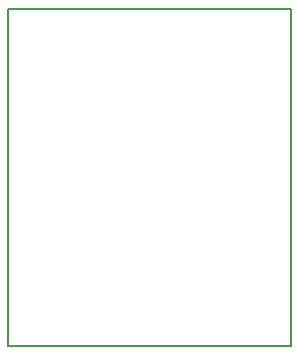
<source format=gm1>
G04 #@! TF.FileFunction,Profile,NP*
%FSLAX46Y46*%
G04 Gerber Fmt 4.6, Leading zero omitted, Abs format (unit mm)*
G04 Created by KiCad (PCBNEW 4.0.4-stable) date Sun Sep 18 16:30:06 2016*
%MOMM*%
%LPD*%
G01*
G04 APERTURE LIST*
%ADD10C,0.100000*%
%ADD11C,0.150000*%
G04 APERTURE END LIST*
D10*
D11*
X135250000Y-118000000D02*
X152500000Y-118000000D01*
X135250000Y-89500000D02*
X135250000Y-118000000D01*
X159250000Y-89500000D02*
X135250000Y-89500000D01*
X159250000Y-118000000D02*
X159250000Y-89500000D01*
X152500000Y-118000000D02*
X159250000Y-118000000D01*
M02*

</source>
